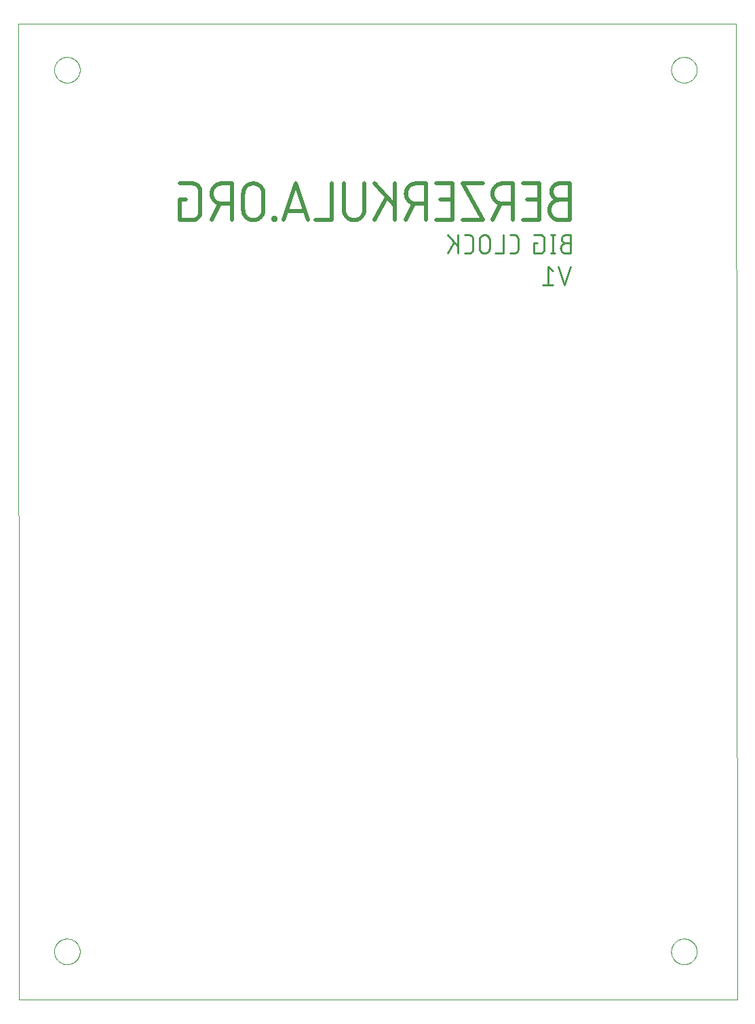
<source format=gbo>
G75*
%MOIN*%
%OFA0B0*%
%FSLAX25Y25*%
%IPPOS*%
%LPD*%
%AMOC8*
5,1,8,0,0,1.08239X$1,22.5*
%
%ADD10C,0.00000*%
%ADD11C,0.02000*%
%ADD12C,0.01000*%
D10*
X0001500Y0005137D02*
X0001000Y0484338D01*
X0353921Y0484338D01*
X0354421Y0005137D01*
X0001500Y0005137D01*
X0018823Y0028759D02*
X0018825Y0028917D01*
X0018831Y0029075D01*
X0018841Y0029233D01*
X0018855Y0029391D01*
X0018873Y0029548D01*
X0018894Y0029705D01*
X0018920Y0029861D01*
X0018950Y0030017D01*
X0018983Y0030172D01*
X0019021Y0030325D01*
X0019062Y0030478D01*
X0019107Y0030630D01*
X0019156Y0030781D01*
X0019209Y0030930D01*
X0019265Y0031078D01*
X0019325Y0031224D01*
X0019389Y0031369D01*
X0019457Y0031512D01*
X0019528Y0031654D01*
X0019602Y0031794D01*
X0019680Y0031931D01*
X0019762Y0032067D01*
X0019846Y0032201D01*
X0019935Y0032332D01*
X0020026Y0032461D01*
X0020121Y0032588D01*
X0020218Y0032713D01*
X0020319Y0032835D01*
X0020423Y0032954D01*
X0020530Y0033071D01*
X0020640Y0033185D01*
X0020753Y0033296D01*
X0020868Y0033405D01*
X0020986Y0033510D01*
X0021107Y0033612D01*
X0021230Y0033712D01*
X0021356Y0033808D01*
X0021484Y0033901D01*
X0021614Y0033991D01*
X0021747Y0034077D01*
X0021882Y0034161D01*
X0022018Y0034240D01*
X0022157Y0034317D01*
X0022298Y0034389D01*
X0022440Y0034459D01*
X0022584Y0034524D01*
X0022730Y0034586D01*
X0022877Y0034644D01*
X0023026Y0034699D01*
X0023176Y0034750D01*
X0023327Y0034797D01*
X0023479Y0034840D01*
X0023632Y0034879D01*
X0023787Y0034915D01*
X0023942Y0034946D01*
X0024098Y0034974D01*
X0024254Y0034998D01*
X0024411Y0035018D01*
X0024569Y0035034D01*
X0024726Y0035046D01*
X0024885Y0035054D01*
X0025043Y0035058D01*
X0025201Y0035058D01*
X0025359Y0035054D01*
X0025518Y0035046D01*
X0025675Y0035034D01*
X0025833Y0035018D01*
X0025990Y0034998D01*
X0026146Y0034974D01*
X0026302Y0034946D01*
X0026457Y0034915D01*
X0026612Y0034879D01*
X0026765Y0034840D01*
X0026917Y0034797D01*
X0027068Y0034750D01*
X0027218Y0034699D01*
X0027367Y0034644D01*
X0027514Y0034586D01*
X0027660Y0034524D01*
X0027804Y0034459D01*
X0027946Y0034389D01*
X0028087Y0034317D01*
X0028226Y0034240D01*
X0028362Y0034161D01*
X0028497Y0034077D01*
X0028630Y0033991D01*
X0028760Y0033901D01*
X0028888Y0033808D01*
X0029014Y0033712D01*
X0029137Y0033612D01*
X0029258Y0033510D01*
X0029376Y0033405D01*
X0029491Y0033296D01*
X0029604Y0033185D01*
X0029714Y0033071D01*
X0029821Y0032954D01*
X0029925Y0032835D01*
X0030026Y0032713D01*
X0030123Y0032588D01*
X0030218Y0032461D01*
X0030309Y0032332D01*
X0030398Y0032201D01*
X0030482Y0032067D01*
X0030564Y0031931D01*
X0030642Y0031794D01*
X0030716Y0031654D01*
X0030787Y0031512D01*
X0030855Y0031369D01*
X0030919Y0031224D01*
X0030979Y0031078D01*
X0031035Y0030930D01*
X0031088Y0030781D01*
X0031137Y0030630D01*
X0031182Y0030478D01*
X0031223Y0030325D01*
X0031261Y0030172D01*
X0031294Y0030017D01*
X0031324Y0029861D01*
X0031350Y0029705D01*
X0031371Y0029548D01*
X0031389Y0029391D01*
X0031403Y0029233D01*
X0031413Y0029075D01*
X0031419Y0028917D01*
X0031421Y0028759D01*
X0031419Y0028601D01*
X0031413Y0028443D01*
X0031403Y0028285D01*
X0031389Y0028127D01*
X0031371Y0027970D01*
X0031350Y0027813D01*
X0031324Y0027657D01*
X0031294Y0027501D01*
X0031261Y0027346D01*
X0031223Y0027193D01*
X0031182Y0027040D01*
X0031137Y0026888D01*
X0031088Y0026737D01*
X0031035Y0026588D01*
X0030979Y0026440D01*
X0030919Y0026294D01*
X0030855Y0026149D01*
X0030787Y0026006D01*
X0030716Y0025864D01*
X0030642Y0025724D01*
X0030564Y0025587D01*
X0030482Y0025451D01*
X0030398Y0025317D01*
X0030309Y0025186D01*
X0030218Y0025057D01*
X0030123Y0024930D01*
X0030026Y0024805D01*
X0029925Y0024683D01*
X0029821Y0024564D01*
X0029714Y0024447D01*
X0029604Y0024333D01*
X0029491Y0024222D01*
X0029376Y0024113D01*
X0029258Y0024008D01*
X0029137Y0023906D01*
X0029014Y0023806D01*
X0028888Y0023710D01*
X0028760Y0023617D01*
X0028630Y0023527D01*
X0028497Y0023441D01*
X0028362Y0023357D01*
X0028226Y0023278D01*
X0028087Y0023201D01*
X0027946Y0023129D01*
X0027804Y0023059D01*
X0027660Y0022994D01*
X0027514Y0022932D01*
X0027367Y0022874D01*
X0027218Y0022819D01*
X0027068Y0022768D01*
X0026917Y0022721D01*
X0026765Y0022678D01*
X0026612Y0022639D01*
X0026457Y0022603D01*
X0026302Y0022572D01*
X0026146Y0022544D01*
X0025990Y0022520D01*
X0025833Y0022500D01*
X0025675Y0022484D01*
X0025518Y0022472D01*
X0025359Y0022464D01*
X0025201Y0022460D01*
X0025043Y0022460D01*
X0024885Y0022464D01*
X0024726Y0022472D01*
X0024569Y0022484D01*
X0024411Y0022500D01*
X0024254Y0022520D01*
X0024098Y0022544D01*
X0023942Y0022572D01*
X0023787Y0022603D01*
X0023632Y0022639D01*
X0023479Y0022678D01*
X0023327Y0022721D01*
X0023176Y0022768D01*
X0023026Y0022819D01*
X0022877Y0022874D01*
X0022730Y0022932D01*
X0022584Y0022994D01*
X0022440Y0023059D01*
X0022298Y0023129D01*
X0022157Y0023201D01*
X0022018Y0023278D01*
X0021882Y0023357D01*
X0021747Y0023441D01*
X0021614Y0023527D01*
X0021484Y0023617D01*
X0021356Y0023710D01*
X0021230Y0023806D01*
X0021107Y0023906D01*
X0020986Y0024008D01*
X0020868Y0024113D01*
X0020753Y0024222D01*
X0020640Y0024333D01*
X0020530Y0024447D01*
X0020423Y0024564D01*
X0020319Y0024683D01*
X0020218Y0024805D01*
X0020121Y0024930D01*
X0020026Y0025057D01*
X0019935Y0025186D01*
X0019846Y0025317D01*
X0019762Y0025451D01*
X0019680Y0025587D01*
X0019602Y0025724D01*
X0019528Y0025864D01*
X0019457Y0026006D01*
X0019389Y0026149D01*
X0019325Y0026294D01*
X0019265Y0026440D01*
X0019209Y0026588D01*
X0019156Y0026737D01*
X0019107Y0026888D01*
X0019062Y0027040D01*
X0019021Y0027193D01*
X0018983Y0027346D01*
X0018950Y0027501D01*
X0018920Y0027657D01*
X0018894Y0027813D01*
X0018873Y0027970D01*
X0018855Y0028127D01*
X0018841Y0028285D01*
X0018831Y0028443D01*
X0018825Y0028601D01*
X0018823Y0028759D01*
X0321973Y0028759D02*
X0321975Y0028917D01*
X0321981Y0029075D01*
X0321991Y0029233D01*
X0322005Y0029391D01*
X0322023Y0029548D01*
X0322044Y0029705D01*
X0322070Y0029861D01*
X0322100Y0030017D01*
X0322133Y0030172D01*
X0322171Y0030325D01*
X0322212Y0030478D01*
X0322257Y0030630D01*
X0322306Y0030781D01*
X0322359Y0030930D01*
X0322415Y0031078D01*
X0322475Y0031224D01*
X0322539Y0031369D01*
X0322607Y0031512D01*
X0322678Y0031654D01*
X0322752Y0031794D01*
X0322830Y0031931D01*
X0322912Y0032067D01*
X0322996Y0032201D01*
X0323085Y0032332D01*
X0323176Y0032461D01*
X0323271Y0032588D01*
X0323368Y0032713D01*
X0323469Y0032835D01*
X0323573Y0032954D01*
X0323680Y0033071D01*
X0323790Y0033185D01*
X0323903Y0033296D01*
X0324018Y0033405D01*
X0324136Y0033510D01*
X0324257Y0033612D01*
X0324380Y0033712D01*
X0324506Y0033808D01*
X0324634Y0033901D01*
X0324764Y0033991D01*
X0324897Y0034077D01*
X0325032Y0034161D01*
X0325168Y0034240D01*
X0325307Y0034317D01*
X0325448Y0034389D01*
X0325590Y0034459D01*
X0325734Y0034524D01*
X0325880Y0034586D01*
X0326027Y0034644D01*
X0326176Y0034699D01*
X0326326Y0034750D01*
X0326477Y0034797D01*
X0326629Y0034840D01*
X0326782Y0034879D01*
X0326937Y0034915D01*
X0327092Y0034946D01*
X0327248Y0034974D01*
X0327404Y0034998D01*
X0327561Y0035018D01*
X0327719Y0035034D01*
X0327876Y0035046D01*
X0328035Y0035054D01*
X0328193Y0035058D01*
X0328351Y0035058D01*
X0328509Y0035054D01*
X0328668Y0035046D01*
X0328825Y0035034D01*
X0328983Y0035018D01*
X0329140Y0034998D01*
X0329296Y0034974D01*
X0329452Y0034946D01*
X0329607Y0034915D01*
X0329762Y0034879D01*
X0329915Y0034840D01*
X0330067Y0034797D01*
X0330218Y0034750D01*
X0330368Y0034699D01*
X0330517Y0034644D01*
X0330664Y0034586D01*
X0330810Y0034524D01*
X0330954Y0034459D01*
X0331096Y0034389D01*
X0331237Y0034317D01*
X0331376Y0034240D01*
X0331512Y0034161D01*
X0331647Y0034077D01*
X0331780Y0033991D01*
X0331910Y0033901D01*
X0332038Y0033808D01*
X0332164Y0033712D01*
X0332287Y0033612D01*
X0332408Y0033510D01*
X0332526Y0033405D01*
X0332641Y0033296D01*
X0332754Y0033185D01*
X0332864Y0033071D01*
X0332971Y0032954D01*
X0333075Y0032835D01*
X0333176Y0032713D01*
X0333273Y0032588D01*
X0333368Y0032461D01*
X0333459Y0032332D01*
X0333548Y0032201D01*
X0333632Y0032067D01*
X0333714Y0031931D01*
X0333792Y0031794D01*
X0333866Y0031654D01*
X0333937Y0031512D01*
X0334005Y0031369D01*
X0334069Y0031224D01*
X0334129Y0031078D01*
X0334185Y0030930D01*
X0334238Y0030781D01*
X0334287Y0030630D01*
X0334332Y0030478D01*
X0334373Y0030325D01*
X0334411Y0030172D01*
X0334444Y0030017D01*
X0334474Y0029861D01*
X0334500Y0029705D01*
X0334521Y0029548D01*
X0334539Y0029391D01*
X0334553Y0029233D01*
X0334563Y0029075D01*
X0334569Y0028917D01*
X0334571Y0028759D01*
X0334569Y0028601D01*
X0334563Y0028443D01*
X0334553Y0028285D01*
X0334539Y0028127D01*
X0334521Y0027970D01*
X0334500Y0027813D01*
X0334474Y0027657D01*
X0334444Y0027501D01*
X0334411Y0027346D01*
X0334373Y0027193D01*
X0334332Y0027040D01*
X0334287Y0026888D01*
X0334238Y0026737D01*
X0334185Y0026588D01*
X0334129Y0026440D01*
X0334069Y0026294D01*
X0334005Y0026149D01*
X0333937Y0026006D01*
X0333866Y0025864D01*
X0333792Y0025724D01*
X0333714Y0025587D01*
X0333632Y0025451D01*
X0333548Y0025317D01*
X0333459Y0025186D01*
X0333368Y0025057D01*
X0333273Y0024930D01*
X0333176Y0024805D01*
X0333075Y0024683D01*
X0332971Y0024564D01*
X0332864Y0024447D01*
X0332754Y0024333D01*
X0332641Y0024222D01*
X0332526Y0024113D01*
X0332408Y0024008D01*
X0332287Y0023906D01*
X0332164Y0023806D01*
X0332038Y0023710D01*
X0331910Y0023617D01*
X0331780Y0023527D01*
X0331647Y0023441D01*
X0331512Y0023357D01*
X0331376Y0023278D01*
X0331237Y0023201D01*
X0331096Y0023129D01*
X0330954Y0023059D01*
X0330810Y0022994D01*
X0330664Y0022932D01*
X0330517Y0022874D01*
X0330368Y0022819D01*
X0330218Y0022768D01*
X0330067Y0022721D01*
X0329915Y0022678D01*
X0329762Y0022639D01*
X0329607Y0022603D01*
X0329452Y0022572D01*
X0329296Y0022544D01*
X0329140Y0022520D01*
X0328983Y0022500D01*
X0328825Y0022484D01*
X0328668Y0022472D01*
X0328509Y0022464D01*
X0328351Y0022460D01*
X0328193Y0022460D01*
X0328035Y0022464D01*
X0327876Y0022472D01*
X0327719Y0022484D01*
X0327561Y0022500D01*
X0327404Y0022520D01*
X0327248Y0022544D01*
X0327092Y0022572D01*
X0326937Y0022603D01*
X0326782Y0022639D01*
X0326629Y0022678D01*
X0326477Y0022721D01*
X0326326Y0022768D01*
X0326176Y0022819D01*
X0326027Y0022874D01*
X0325880Y0022932D01*
X0325734Y0022994D01*
X0325590Y0023059D01*
X0325448Y0023129D01*
X0325307Y0023201D01*
X0325168Y0023278D01*
X0325032Y0023357D01*
X0324897Y0023441D01*
X0324764Y0023527D01*
X0324634Y0023617D01*
X0324506Y0023710D01*
X0324380Y0023806D01*
X0324257Y0023906D01*
X0324136Y0024008D01*
X0324018Y0024113D01*
X0323903Y0024222D01*
X0323790Y0024333D01*
X0323680Y0024447D01*
X0323573Y0024564D01*
X0323469Y0024683D01*
X0323368Y0024805D01*
X0323271Y0024930D01*
X0323176Y0025057D01*
X0323085Y0025186D01*
X0322996Y0025317D01*
X0322912Y0025451D01*
X0322830Y0025587D01*
X0322752Y0025724D01*
X0322678Y0025864D01*
X0322607Y0026006D01*
X0322539Y0026149D01*
X0322475Y0026294D01*
X0322415Y0026440D01*
X0322359Y0026588D01*
X0322306Y0026737D01*
X0322257Y0026888D01*
X0322212Y0027040D01*
X0322171Y0027193D01*
X0322133Y0027346D01*
X0322100Y0027501D01*
X0322070Y0027657D01*
X0322044Y0027813D01*
X0322023Y0027970D01*
X0322005Y0028127D01*
X0321991Y0028285D01*
X0321981Y0028443D01*
X0321975Y0028601D01*
X0321973Y0028759D01*
X0321973Y0461830D02*
X0321975Y0461988D01*
X0321981Y0462146D01*
X0321991Y0462304D01*
X0322005Y0462462D01*
X0322023Y0462619D01*
X0322044Y0462776D01*
X0322070Y0462932D01*
X0322100Y0463088D01*
X0322133Y0463243D01*
X0322171Y0463396D01*
X0322212Y0463549D01*
X0322257Y0463701D01*
X0322306Y0463852D01*
X0322359Y0464001D01*
X0322415Y0464149D01*
X0322475Y0464295D01*
X0322539Y0464440D01*
X0322607Y0464583D01*
X0322678Y0464725D01*
X0322752Y0464865D01*
X0322830Y0465002D01*
X0322912Y0465138D01*
X0322996Y0465272D01*
X0323085Y0465403D01*
X0323176Y0465532D01*
X0323271Y0465659D01*
X0323368Y0465784D01*
X0323469Y0465906D01*
X0323573Y0466025D01*
X0323680Y0466142D01*
X0323790Y0466256D01*
X0323903Y0466367D01*
X0324018Y0466476D01*
X0324136Y0466581D01*
X0324257Y0466683D01*
X0324380Y0466783D01*
X0324506Y0466879D01*
X0324634Y0466972D01*
X0324764Y0467062D01*
X0324897Y0467148D01*
X0325032Y0467232D01*
X0325168Y0467311D01*
X0325307Y0467388D01*
X0325448Y0467460D01*
X0325590Y0467530D01*
X0325734Y0467595D01*
X0325880Y0467657D01*
X0326027Y0467715D01*
X0326176Y0467770D01*
X0326326Y0467821D01*
X0326477Y0467868D01*
X0326629Y0467911D01*
X0326782Y0467950D01*
X0326937Y0467986D01*
X0327092Y0468017D01*
X0327248Y0468045D01*
X0327404Y0468069D01*
X0327561Y0468089D01*
X0327719Y0468105D01*
X0327876Y0468117D01*
X0328035Y0468125D01*
X0328193Y0468129D01*
X0328351Y0468129D01*
X0328509Y0468125D01*
X0328668Y0468117D01*
X0328825Y0468105D01*
X0328983Y0468089D01*
X0329140Y0468069D01*
X0329296Y0468045D01*
X0329452Y0468017D01*
X0329607Y0467986D01*
X0329762Y0467950D01*
X0329915Y0467911D01*
X0330067Y0467868D01*
X0330218Y0467821D01*
X0330368Y0467770D01*
X0330517Y0467715D01*
X0330664Y0467657D01*
X0330810Y0467595D01*
X0330954Y0467530D01*
X0331096Y0467460D01*
X0331237Y0467388D01*
X0331376Y0467311D01*
X0331512Y0467232D01*
X0331647Y0467148D01*
X0331780Y0467062D01*
X0331910Y0466972D01*
X0332038Y0466879D01*
X0332164Y0466783D01*
X0332287Y0466683D01*
X0332408Y0466581D01*
X0332526Y0466476D01*
X0332641Y0466367D01*
X0332754Y0466256D01*
X0332864Y0466142D01*
X0332971Y0466025D01*
X0333075Y0465906D01*
X0333176Y0465784D01*
X0333273Y0465659D01*
X0333368Y0465532D01*
X0333459Y0465403D01*
X0333548Y0465272D01*
X0333632Y0465138D01*
X0333714Y0465002D01*
X0333792Y0464865D01*
X0333866Y0464725D01*
X0333937Y0464583D01*
X0334005Y0464440D01*
X0334069Y0464295D01*
X0334129Y0464149D01*
X0334185Y0464001D01*
X0334238Y0463852D01*
X0334287Y0463701D01*
X0334332Y0463549D01*
X0334373Y0463396D01*
X0334411Y0463243D01*
X0334444Y0463088D01*
X0334474Y0462932D01*
X0334500Y0462776D01*
X0334521Y0462619D01*
X0334539Y0462462D01*
X0334553Y0462304D01*
X0334563Y0462146D01*
X0334569Y0461988D01*
X0334571Y0461830D01*
X0334569Y0461672D01*
X0334563Y0461514D01*
X0334553Y0461356D01*
X0334539Y0461198D01*
X0334521Y0461041D01*
X0334500Y0460884D01*
X0334474Y0460728D01*
X0334444Y0460572D01*
X0334411Y0460417D01*
X0334373Y0460264D01*
X0334332Y0460111D01*
X0334287Y0459959D01*
X0334238Y0459808D01*
X0334185Y0459659D01*
X0334129Y0459511D01*
X0334069Y0459365D01*
X0334005Y0459220D01*
X0333937Y0459077D01*
X0333866Y0458935D01*
X0333792Y0458795D01*
X0333714Y0458658D01*
X0333632Y0458522D01*
X0333548Y0458388D01*
X0333459Y0458257D01*
X0333368Y0458128D01*
X0333273Y0458001D01*
X0333176Y0457876D01*
X0333075Y0457754D01*
X0332971Y0457635D01*
X0332864Y0457518D01*
X0332754Y0457404D01*
X0332641Y0457293D01*
X0332526Y0457184D01*
X0332408Y0457079D01*
X0332287Y0456977D01*
X0332164Y0456877D01*
X0332038Y0456781D01*
X0331910Y0456688D01*
X0331780Y0456598D01*
X0331647Y0456512D01*
X0331512Y0456428D01*
X0331376Y0456349D01*
X0331237Y0456272D01*
X0331096Y0456200D01*
X0330954Y0456130D01*
X0330810Y0456065D01*
X0330664Y0456003D01*
X0330517Y0455945D01*
X0330368Y0455890D01*
X0330218Y0455839D01*
X0330067Y0455792D01*
X0329915Y0455749D01*
X0329762Y0455710D01*
X0329607Y0455674D01*
X0329452Y0455643D01*
X0329296Y0455615D01*
X0329140Y0455591D01*
X0328983Y0455571D01*
X0328825Y0455555D01*
X0328668Y0455543D01*
X0328509Y0455535D01*
X0328351Y0455531D01*
X0328193Y0455531D01*
X0328035Y0455535D01*
X0327876Y0455543D01*
X0327719Y0455555D01*
X0327561Y0455571D01*
X0327404Y0455591D01*
X0327248Y0455615D01*
X0327092Y0455643D01*
X0326937Y0455674D01*
X0326782Y0455710D01*
X0326629Y0455749D01*
X0326477Y0455792D01*
X0326326Y0455839D01*
X0326176Y0455890D01*
X0326027Y0455945D01*
X0325880Y0456003D01*
X0325734Y0456065D01*
X0325590Y0456130D01*
X0325448Y0456200D01*
X0325307Y0456272D01*
X0325168Y0456349D01*
X0325032Y0456428D01*
X0324897Y0456512D01*
X0324764Y0456598D01*
X0324634Y0456688D01*
X0324506Y0456781D01*
X0324380Y0456877D01*
X0324257Y0456977D01*
X0324136Y0457079D01*
X0324018Y0457184D01*
X0323903Y0457293D01*
X0323790Y0457404D01*
X0323680Y0457518D01*
X0323573Y0457635D01*
X0323469Y0457754D01*
X0323368Y0457876D01*
X0323271Y0458001D01*
X0323176Y0458128D01*
X0323085Y0458257D01*
X0322996Y0458388D01*
X0322912Y0458522D01*
X0322830Y0458658D01*
X0322752Y0458795D01*
X0322678Y0458935D01*
X0322607Y0459077D01*
X0322539Y0459220D01*
X0322475Y0459365D01*
X0322415Y0459511D01*
X0322359Y0459659D01*
X0322306Y0459808D01*
X0322257Y0459959D01*
X0322212Y0460111D01*
X0322171Y0460264D01*
X0322133Y0460417D01*
X0322100Y0460572D01*
X0322070Y0460728D01*
X0322044Y0460884D01*
X0322023Y0461041D01*
X0322005Y0461198D01*
X0321991Y0461356D01*
X0321981Y0461514D01*
X0321975Y0461672D01*
X0321973Y0461830D01*
X0018823Y0461830D02*
X0018825Y0461988D01*
X0018831Y0462146D01*
X0018841Y0462304D01*
X0018855Y0462462D01*
X0018873Y0462619D01*
X0018894Y0462776D01*
X0018920Y0462932D01*
X0018950Y0463088D01*
X0018983Y0463243D01*
X0019021Y0463396D01*
X0019062Y0463549D01*
X0019107Y0463701D01*
X0019156Y0463852D01*
X0019209Y0464001D01*
X0019265Y0464149D01*
X0019325Y0464295D01*
X0019389Y0464440D01*
X0019457Y0464583D01*
X0019528Y0464725D01*
X0019602Y0464865D01*
X0019680Y0465002D01*
X0019762Y0465138D01*
X0019846Y0465272D01*
X0019935Y0465403D01*
X0020026Y0465532D01*
X0020121Y0465659D01*
X0020218Y0465784D01*
X0020319Y0465906D01*
X0020423Y0466025D01*
X0020530Y0466142D01*
X0020640Y0466256D01*
X0020753Y0466367D01*
X0020868Y0466476D01*
X0020986Y0466581D01*
X0021107Y0466683D01*
X0021230Y0466783D01*
X0021356Y0466879D01*
X0021484Y0466972D01*
X0021614Y0467062D01*
X0021747Y0467148D01*
X0021882Y0467232D01*
X0022018Y0467311D01*
X0022157Y0467388D01*
X0022298Y0467460D01*
X0022440Y0467530D01*
X0022584Y0467595D01*
X0022730Y0467657D01*
X0022877Y0467715D01*
X0023026Y0467770D01*
X0023176Y0467821D01*
X0023327Y0467868D01*
X0023479Y0467911D01*
X0023632Y0467950D01*
X0023787Y0467986D01*
X0023942Y0468017D01*
X0024098Y0468045D01*
X0024254Y0468069D01*
X0024411Y0468089D01*
X0024569Y0468105D01*
X0024726Y0468117D01*
X0024885Y0468125D01*
X0025043Y0468129D01*
X0025201Y0468129D01*
X0025359Y0468125D01*
X0025518Y0468117D01*
X0025675Y0468105D01*
X0025833Y0468089D01*
X0025990Y0468069D01*
X0026146Y0468045D01*
X0026302Y0468017D01*
X0026457Y0467986D01*
X0026612Y0467950D01*
X0026765Y0467911D01*
X0026917Y0467868D01*
X0027068Y0467821D01*
X0027218Y0467770D01*
X0027367Y0467715D01*
X0027514Y0467657D01*
X0027660Y0467595D01*
X0027804Y0467530D01*
X0027946Y0467460D01*
X0028087Y0467388D01*
X0028226Y0467311D01*
X0028362Y0467232D01*
X0028497Y0467148D01*
X0028630Y0467062D01*
X0028760Y0466972D01*
X0028888Y0466879D01*
X0029014Y0466783D01*
X0029137Y0466683D01*
X0029258Y0466581D01*
X0029376Y0466476D01*
X0029491Y0466367D01*
X0029604Y0466256D01*
X0029714Y0466142D01*
X0029821Y0466025D01*
X0029925Y0465906D01*
X0030026Y0465784D01*
X0030123Y0465659D01*
X0030218Y0465532D01*
X0030309Y0465403D01*
X0030398Y0465272D01*
X0030482Y0465138D01*
X0030564Y0465002D01*
X0030642Y0464865D01*
X0030716Y0464725D01*
X0030787Y0464583D01*
X0030855Y0464440D01*
X0030919Y0464295D01*
X0030979Y0464149D01*
X0031035Y0464001D01*
X0031088Y0463852D01*
X0031137Y0463701D01*
X0031182Y0463549D01*
X0031223Y0463396D01*
X0031261Y0463243D01*
X0031294Y0463088D01*
X0031324Y0462932D01*
X0031350Y0462776D01*
X0031371Y0462619D01*
X0031389Y0462462D01*
X0031403Y0462304D01*
X0031413Y0462146D01*
X0031419Y0461988D01*
X0031421Y0461830D01*
X0031419Y0461672D01*
X0031413Y0461514D01*
X0031403Y0461356D01*
X0031389Y0461198D01*
X0031371Y0461041D01*
X0031350Y0460884D01*
X0031324Y0460728D01*
X0031294Y0460572D01*
X0031261Y0460417D01*
X0031223Y0460264D01*
X0031182Y0460111D01*
X0031137Y0459959D01*
X0031088Y0459808D01*
X0031035Y0459659D01*
X0030979Y0459511D01*
X0030919Y0459365D01*
X0030855Y0459220D01*
X0030787Y0459077D01*
X0030716Y0458935D01*
X0030642Y0458795D01*
X0030564Y0458658D01*
X0030482Y0458522D01*
X0030398Y0458388D01*
X0030309Y0458257D01*
X0030218Y0458128D01*
X0030123Y0458001D01*
X0030026Y0457876D01*
X0029925Y0457754D01*
X0029821Y0457635D01*
X0029714Y0457518D01*
X0029604Y0457404D01*
X0029491Y0457293D01*
X0029376Y0457184D01*
X0029258Y0457079D01*
X0029137Y0456977D01*
X0029014Y0456877D01*
X0028888Y0456781D01*
X0028760Y0456688D01*
X0028630Y0456598D01*
X0028497Y0456512D01*
X0028362Y0456428D01*
X0028226Y0456349D01*
X0028087Y0456272D01*
X0027946Y0456200D01*
X0027804Y0456130D01*
X0027660Y0456065D01*
X0027514Y0456003D01*
X0027367Y0455945D01*
X0027218Y0455890D01*
X0027068Y0455839D01*
X0026917Y0455792D01*
X0026765Y0455749D01*
X0026612Y0455710D01*
X0026457Y0455674D01*
X0026302Y0455643D01*
X0026146Y0455615D01*
X0025990Y0455591D01*
X0025833Y0455571D01*
X0025675Y0455555D01*
X0025518Y0455543D01*
X0025359Y0455535D01*
X0025201Y0455531D01*
X0025043Y0455531D01*
X0024885Y0455535D01*
X0024726Y0455543D01*
X0024569Y0455555D01*
X0024411Y0455571D01*
X0024254Y0455591D01*
X0024098Y0455615D01*
X0023942Y0455643D01*
X0023787Y0455674D01*
X0023632Y0455710D01*
X0023479Y0455749D01*
X0023327Y0455792D01*
X0023176Y0455839D01*
X0023026Y0455890D01*
X0022877Y0455945D01*
X0022730Y0456003D01*
X0022584Y0456065D01*
X0022440Y0456130D01*
X0022298Y0456200D01*
X0022157Y0456272D01*
X0022018Y0456349D01*
X0021882Y0456428D01*
X0021747Y0456512D01*
X0021614Y0456598D01*
X0021484Y0456688D01*
X0021356Y0456781D01*
X0021230Y0456877D01*
X0021107Y0456977D01*
X0020986Y0457079D01*
X0020868Y0457184D01*
X0020753Y0457293D01*
X0020640Y0457404D01*
X0020530Y0457518D01*
X0020423Y0457635D01*
X0020319Y0457754D01*
X0020218Y0457876D01*
X0020121Y0458001D01*
X0020026Y0458128D01*
X0019935Y0458257D01*
X0019846Y0458388D01*
X0019762Y0458522D01*
X0019680Y0458658D01*
X0019602Y0458795D01*
X0019528Y0458935D01*
X0019457Y0459077D01*
X0019389Y0459220D01*
X0019325Y0459365D01*
X0019265Y0459511D01*
X0019209Y0459659D01*
X0019156Y0459808D01*
X0019107Y0459959D01*
X0019062Y0460111D01*
X0019021Y0460264D01*
X0018983Y0460417D01*
X0018950Y0460572D01*
X0018920Y0460728D01*
X0018894Y0460884D01*
X0018873Y0461041D01*
X0018855Y0461198D01*
X0018841Y0461356D01*
X0018831Y0461514D01*
X0018825Y0461672D01*
X0018823Y0461830D01*
D11*
X0080654Y0406027D02*
X0086654Y0406027D01*
X0086780Y0406025D01*
X0086905Y0406019D01*
X0087030Y0406009D01*
X0087155Y0405995D01*
X0087280Y0405978D01*
X0087404Y0405956D01*
X0087527Y0405931D01*
X0087649Y0405901D01*
X0087770Y0405868D01*
X0087890Y0405831D01*
X0088009Y0405791D01*
X0088126Y0405746D01*
X0088243Y0405698D01*
X0088357Y0405646D01*
X0088470Y0405591D01*
X0088581Y0405532D01*
X0088690Y0405470D01*
X0088797Y0405404D01*
X0088902Y0405335D01*
X0089005Y0405263D01*
X0089106Y0405188D01*
X0089204Y0405109D01*
X0089299Y0405027D01*
X0089392Y0404943D01*
X0089482Y0404855D01*
X0089570Y0404765D01*
X0089654Y0404672D01*
X0089736Y0404577D01*
X0089815Y0404479D01*
X0089890Y0404378D01*
X0089962Y0404275D01*
X0090031Y0404170D01*
X0090097Y0404063D01*
X0090159Y0403954D01*
X0090218Y0403843D01*
X0090273Y0403730D01*
X0090325Y0403616D01*
X0090373Y0403499D01*
X0090418Y0403382D01*
X0090458Y0403263D01*
X0090495Y0403143D01*
X0090528Y0403022D01*
X0090558Y0402900D01*
X0090583Y0402777D01*
X0090605Y0402653D01*
X0090622Y0402528D01*
X0090636Y0402403D01*
X0090646Y0402278D01*
X0090652Y0402153D01*
X0090654Y0402027D01*
X0090654Y0392027D01*
X0090652Y0391901D01*
X0090646Y0391776D01*
X0090636Y0391651D01*
X0090622Y0391526D01*
X0090605Y0391401D01*
X0090583Y0391277D01*
X0090558Y0391154D01*
X0090528Y0391032D01*
X0090495Y0390911D01*
X0090458Y0390791D01*
X0090418Y0390672D01*
X0090373Y0390555D01*
X0090325Y0390438D01*
X0090273Y0390324D01*
X0090218Y0390211D01*
X0090159Y0390100D01*
X0090097Y0389991D01*
X0090031Y0389884D01*
X0089962Y0389779D01*
X0089890Y0389676D01*
X0089815Y0389575D01*
X0089736Y0389477D01*
X0089654Y0389382D01*
X0089570Y0389289D01*
X0089482Y0389199D01*
X0089392Y0389111D01*
X0089299Y0389027D01*
X0089204Y0388945D01*
X0089106Y0388866D01*
X0089005Y0388791D01*
X0088902Y0388719D01*
X0088797Y0388650D01*
X0088690Y0388584D01*
X0088581Y0388522D01*
X0088470Y0388463D01*
X0088357Y0388408D01*
X0088243Y0388356D01*
X0088126Y0388308D01*
X0088009Y0388263D01*
X0087890Y0388223D01*
X0087770Y0388186D01*
X0087649Y0388153D01*
X0087527Y0388123D01*
X0087404Y0388098D01*
X0087280Y0388076D01*
X0087155Y0388059D01*
X0087030Y0388045D01*
X0086905Y0388035D01*
X0086780Y0388029D01*
X0086654Y0388027D01*
X0080654Y0388027D01*
X0080654Y0398027D01*
X0083654Y0398027D01*
X0096154Y0388027D02*
X0100154Y0396027D01*
X0101154Y0396027D02*
X0106154Y0396027D01*
X0101154Y0396027D02*
X0101014Y0396029D01*
X0100874Y0396035D01*
X0100734Y0396045D01*
X0100594Y0396058D01*
X0100455Y0396076D01*
X0100316Y0396098D01*
X0100179Y0396123D01*
X0100041Y0396152D01*
X0099905Y0396185D01*
X0099770Y0396222D01*
X0099636Y0396263D01*
X0099503Y0396308D01*
X0099371Y0396356D01*
X0099241Y0396408D01*
X0099112Y0396463D01*
X0098985Y0396522D01*
X0098859Y0396585D01*
X0098735Y0396651D01*
X0098614Y0396720D01*
X0098494Y0396793D01*
X0098376Y0396870D01*
X0098261Y0396949D01*
X0098147Y0397032D01*
X0098037Y0397118D01*
X0097928Y0397207D01*
X0097822Y0397299D01*
X0097719Y0397394D01*
X0097618Y0397491D01*
X0097521Y0397592D01*
X0097426Y0397695D01*
X0097334Y0397801D01*
X0097245Y0397910D01*
X0097159Y0398020D01*
X0097076Y0398134D01*
X0096997Y0398249D01*
X0096920Y0398367D01*
X0096847Y0398487D01*
X0096778Y0398608D01*
X0096712Y0398732D01*
X0096649Y0398858D01*
X0096590Y0398985D01*
X0096535Y0399114D01*
X0096483Y0399244D01*
X0096435Y0399376D01*
X0096390Y0399509D01*
X0096349Y0399643D01*
X0096312Y0399778D01*
X0096279Y0399914D01*
X0096250Y0400052D01*
X0096225Y0400189D01*
X0096203Y0400328D01*
X0096185Y0400467D01*
X0096172Y0400607D01*
X0096162Y0400747D01*
X0096156Y0400887D01*
X0096154Y0401027D01*
X0096156Y0401167D01*
X0096162Y0401307D01*
X0096172Y0401447D01*
X0096185Y0401587D01*
X0096203Y0401726D01*
X0096225Y0401865D01*
X0096250Y0402002D01*
X0096279Y0402140D01*
X0096312Y0402276D01*
X0096349Y0402411D01*
X0096390Y0402545D01*
X0096435Y0402678D01*
X0096483Y0402810D01*
X0096535Y0402940D01*
X0096590Y0403069D01*
X0096649Y0403196D01*
X0096712Y0403322D01*
X0096778Y0403446D01*
X0096847Y0403567D01*
X0096920Y0403687D01*
X0096997Y0403805D01*
X0097076Y0403920D01*
X0097159Y0404034D01*
X0097245Y0404144D01*
X0097334Y0404253D01*
X0097426Y0404359D01*
X0097521Y0404462D01*
X0097618Y0404563D01*
X0097719Y0404660D01*
X0097822Y0404755D01*
X0097928Y0404847D01*
X0098037Y0404936D01*
X0098147Y0405022D01*
X0098261Y0405105D01*
X0098376Y0405184D01*
X0098494Y0405261D01*
X0098614Y0405334D01*
X0098735Y0405403D01*
X0098859Y0405469D01*
X0098985Y0405532D01*
X0099112Y0405591D01*
X0099241Y0405646D01*
X0099371Y0405698D01*
X0099503Y0405746D01*
X0099636Y0405791D01*
X0099770Y0405832D01*
X0099905Y0405869D01*
X0100041Y0405902D01*
X0100179Y0405931D01*
X0100316Y0405956D01*
X0100455Y0405978D01*
X0100594Y0405996D01*
X0100734Y0406009D01*
X0100874Y0406019D01*
X0101014Y0406025D01*
X0101154Y0406027D01*
X0106154Y0406027D01*
X0106154Y0388027D01*
X0111654Y0393027D02*
X0111654Y0401027D01*
X0111656Y0401167D01*
X0111662Y0401307D01*
X0111672Y0401447D01*
X0111685Y0401587D01*
X0111703Y0401726D01*
X0111725Y0401865D01*
X0111750Y0402002D01*
X0111779Y0402140D01*
X0111812Y0402276D01*
X0111849Y0402411D01*
X0111890Y0402545D01*
X0111935Y0402678D01*
X0111983Y0402810D01*
X0112035Y0402940D01*
X0112090Y0403069D01*
X0112149Y0403196D01*
X0112212Y0403322D01*
X0112278Y0403446D01*
X0112347Y0403567D01*
X0112420Y0403687D01*
X0112497Y0403805D01*
X0112576Y0403920D01*
X0112659Y0404034D01*
X0112745Y0404144D01*
X0112834Y0404253D01*
X0112926Y0404359D01*
X0113021Y0404462D01*
X0113118Y0404563D01*
X0113219Y0404660D01*
X0113322Y0404755D01*
X0113428Y0404847D01*
X0113537Y0404936D01*
X0113647Y0405022D01*
X0113761Y0405105D01*
X0113876Y0405184D01*
X0113994Y0405261D01*
X0114114Y0405334D01*
X0114235Y0405403D01*
X0114359Y0405469D01*
X0114485Y0405532D01*
X0114612Y0405591D01*
X0114741Y0405646D01*
X0114871Y0405698D01*
X0115003Y0405746D01*
X0115136Y0405791D01*
X0115270Y0405832D01*
X0115405Y0405869D01*
X0115541Y0405902D01*
X0115679Y0405931D01*
X0115816Y0405956D01*
X0115955Y0405978D01*
X0116094Y0405996D01*
X0116234Y0406009D01*
X0116374Y0406019D01*
X0116514Y0406025D01*
X0116654Y0406027D01*
X0116794Y0406025D01*
X0116934Y0406019D01*
X0117074Y0406009D01*
X0117214Y0405996D01*
X0117353Y0405978D01*
X0117492Y0405956D01*
X0117629Y0405931D01*
X0117767Y0405902D01*
X0117903Y0405869D01*
X0118038Y0405832D01*
X0118172Y0405791D01*
X0118305Y0405746D01*
X0118437Y0405698D01*
X0118567Y0405646D01*
X0118696Y0405591D01*
X0118823Y0405532D01*
X0118949Y0405469D01*
X0119073Y0405403D01*
X0119194Y0405334D01*
X0119314Y0405261D01*
X0119432Y0405184D01*
X0119547Y0405105D01*
X0119661Y0405022D01*
X0119771Y0404936D01*
X0119880Y0404847D01*
X0119986Y0404755D01*
X0120089Y0404660D01*
X0120190Y0404563D01*
X0120287Y0404462D01*
X0120382Y0404359D01*
X0120474Y0404253D01*
X0120563Y0404144D01*
X0120649Y0404034D01*
X0120732Y0403920D01*
X0120811Y0403805D01*
X0120888Y0403687D01*
X0120961Y0403567D01*
X0121030Y0403446D01*
X0121096Y0403322D01*
X0121159Y0403196D01*
X0121218Y0403069D01*
X0121273Y0402940D01*
X0121325Y0402810D01*
X0121373Y0402678D01*
X0121418Y0402545D01*
X0121459Y0402411D01*
X0121496Y0402276D01*
X0121529Y0402140D01*
X0121558Y0402002D01*
X0121583Y0401865D01*
X0121605Y0401726D01*
X0121623Y0401587D01*
X0121636Y0401447D01*
X0121646Y0401307D01*
X0121652Y0401167D01*
X0121654Y0401027D01*
X0121654Y0393027D01*
X0126654Y0389027D02*
X0126654Y0388027D01*
X0127654Y0388027D01*
X0127654Y0389027D01*
X0126654Y0389027D01*
X0131654Y0388027D02*
X0137654Y0406027D01*
X0143654Y0388027D01*
X0147154Y0388027D02*
X0155154Y0388027D01*
X0155154Y0406027D01*
X0161154Y0406027D02*
X0161154Y0393027D01*
X0161156Y0392887D01*
X0161162Y0392747D01*
X0161172Y0392607D01*
X0161185Y0392467D01*
X0161203Y0392328D01*
X0161225Y0392189D01*
X0161250Y0392052D01*
X0161279Y0391914D01*
X0161312Y0391778D01*
X0161349Y0391643D01*
X0161390Y0391509D01*
X0161435Y0391376D01*
X0161483Y0391244D01*
X0161535Y0391114D01*
X0161590Y0390985D01*
X0161649Y0390858D01*
X0161712Y0390732D01*
X0161778Y0390608D01*
X0161847Y0390487D01*
X0161920Y0390367D01*
X0161997Y0390249D01*
X0162076Y0390134D01*
X0162159Y0390020D01*
X0162245Y0389910D01*
X0162334Y0389801D01*
X0162426Y0389695D01*
X0162521Y0389592D01*
X0162618Y0389491D01*
X0162719Y0389394D01*
X0162822Y0389299D01*
X0162928Y0389207D01*
X0163037Y0389118D01*
X0163147Y0389032D01*
X0163261Y0388949D01*
X0163376Y0388870D01*
X0163494Y0388793D01*
X0163614Y0388720D01*
X0163735Y0388651D01*
X0163859Y0388585D01*
X0163985Y0388522D01*
X0164112Y0388463D01*
X0164241Y0388408D01*
X0164371Y0388356D01*
X0164503Y0388308D01*
X0164636Y0388263D01*
X0164770Y0388222D01*
X0164905Y0388185D01*
X0165041Y0388152D01*
X0165179Y0388123D01*
X0165316Y0388098D01*
X0165455Y0388076D01*
X0165594Y0388058D01*
X0165734Y0388045D01*
X0165874Y0388035D01*
X0166014Y0388029D01*
X0166154Y0388027D01*
X0166294Y0388029D01*
X0166434Y0388035D01*
X0166574Y0388045D01*
X0166714Y0388058D01*
X0166853Y0388076D01*
X0166992Y0388098D01*
X0167129Y0388123D01*
X0167267Y0388152D01*
X0167403Y0388185D01*
X0167538Y0388222D01*
X0167672Y0388263D01*
X0167805Y0388308D01*
X0167937Y0388356D01*
X0168067Y0388408D01*
X0168196Y0388463D01*
X0168323Y0388522D01*
X0168449Y0388585D01*
X0168573Y0388651D01*
X0168694Y0388720D01*
X0168814Y0388793D01*
X0168932Y0388870D01*
X0169047Y0388949D01*
X0169161Y0389032D01*
X0169271Y0389118D01*
X0169380Y0389207D01*
X0169486Y0389299D01*
X0169589Y0389394D01*
X0169690Y0389491D01*
X0169787Y0389592D01*
X0169882Y0389695D01*
X0169974Y0389801D01*
X0170063Y0389910D01*
X0170149Y0390020D01*
X0170232Y0390134D01*
X0170311Y0390249D01*
X0170388Y0390367D01*
X0170461Y0390487D01*
X0170530Y0390608D01*
X0170596Y0390732D01*
X0170659Y0390858D01*
X0170718Y0390985D01*
X0170773Y0391114D01*
X0170825Y0391244D01*
X0170873Y0391376D01*
X0170918Y0391509D01*
X0170959Y0391643D01*
X0170996Y0391778D01*
X0171029Y0391914D01*
X0171058Y0392052D01*
X0171083Y0392189D01*
X0171105Y0392328D01*
X0171123Y0392467D01*
X0171136Y0392607D01*
X0171146Y0392747D01*
X0171152Y0392887D01*
X0171154Y0393027D01*
X0171154Y0406027D01*
X0176154Y0406027D02*
X0186154Y0395027D01*
X0182154Y0399027D02*
X0176154Y0388027D01*
X0186154Y0388027D02*
X0186154Y0406027D01*
X0195654Y0396027D02*
X0191654Y0388027D01*
X0196654Y0396027D02*
X0201654Y0396027D01*
X0196654Y0396027D02*
X0196514Y0396029D01*
X0196374Y0396035D01*
X0196234Y0396045D01*
X0196094Y0396058D01*
X0195955Y0396076D01*
X0195816Y0396098D01*
X0195679Y0396123D01*
X0195541Y0396152D01*
X0195405Y0396185D01*
X0195270Y0396222D01*
X0195136Y0396263D01*
X0195003Y0396308D01*
X0194871Y0396356D01*
X0194741Y0396408D01*
X0194612Y0396463D01*
X0194485Y0396522D01*
X0194359Y0396585D01*
X0194235Y0396651D01*
X0194114Y0396720D01*
X0193994Y0396793D01*
X0193876Y0396870D01*
X0193761Y0396949D01*
X0193647Y0397032D01*
X0193537Y0397118D01*
X0193428Y0397207D01*
X0193322Y0397299D01*
X0193219Y0397394D01*
X0193118Y0397491D01*
X0193021Y0397592D01*
X0192926Y0397695D01*
X0192834Y0397801D01*
X0192745Y0397910D01*
X0192659Y0398020D01*
X0192576Y0398134D01*
X0192497Y0398249D01*
X0192420Y0398367D01*
X0192347Y0398487D01*
X0192278Y0398608D01*
X0192212Y0398732D01*
X0192149Y0398858D01*
X0192090Y0398985D01*
X0192035Y0399114D01*
X0191983Y0399244D01*
X0191935Y0399376D01*
X0191890Y0399509D01*
X0191849Y0399643D01*
X0191812Y0399778D01*
X0191779Y0399914D01*
X0191750Y0400052D01*
X0191725Y0400189D01*
X0191703Y0400328D01*
X0191685Y0400467D01*
X0191672Y0400607D01*
X0191662Y0400747D01*
X0191656Y0400887D01*
X0191654Y0401027D01*
X0191656Y0401167D01*
X0191662Y0401307D01*
X0191672Y0401447D01*
X0191685Y0401587D01*
X0191703Y0401726D01*
X0191725Y0401865D01*
X0191750Y0402002D01*
X0191779Y0402140D01*
X0191812Y0402276D01*
X0191849Y0402411D01*
X0191890Y0402545D01*
X0191935Y0402678D01*
X0191983Y0402810D01*
X0192035Y0402940D01*
X0192090Y0403069D01*
X0192149Y0403196D01*
X0192212Y0403322D01*
X0192278Y0403446D01*
X0192347Y0403567D01*
X0192420Y0403687D01*
X0192497Y0403805D01*
X0192576Y0403920D01*
X0192659Y0404034D01*
X0192745Y0404144D01*
X0192834Y0404253D01*
X0192926Y0404359D01*
X0193021Y0404462D01*
X0193118Y0404563D01*
X0193219Y0404660D01*
X0193322Y0404755D01*
X0193428Y0404847D01*
X0193537Y0404936D01*
X0193647Y0405022D01*
X0193761Y0405105D01*
X0193876Y0405184D01*
X0193994Y0405261D01*
X0194114Y0405334D01*
X0194235Y0405403D01*
X0194359Y0405469D01*
X0194485Y0405532D01*
X0194612Y0405591D01*
X0194741Y0405646D01*
X0194871Y0405698D01*
X0195003Y0405746D01*
X0195136Y0405791D01*
X0195270Y0405832D01*
X0195405Y0405869D01*
X0195541Y0405902D01*
X0195679Y0405931D01*
X0195816Y0405956D01*
X0195955Y0405978D01*
X0196094Y0405996D01*
X0196234Y0406009D01*
X0196374Y0406019D01*
X0196514Y0406025D01*
X0196654Y0406027D01*
X0201654Y0406027D01*
X0201654Y0388027D01*
X0206654Y0388027D02*
X0214654Y0388027D01*
X0214654Y0406027D01*
X0206654Y0406027D01*
X0208654Y0398027D02*
X0214654Y0398027D01*
X0219654Y0406027D02*
X0229654Y0388027D01*
X0219654Y0388027D01*
X0234154Y0388027D02*
X0238154Y0396027D01*
X0239154Y0396027D02*
X0244154Y0396027D01*
X0239154Y0396027D02*
X0239014Y0396029D01*
X0238874Y0396035D01*
X0238734Y0396045D01*
X0238594Y0396058D01*
X0238455Y0396076D01*
X0238316Y0396098D01*
X0238179Y0396123D01*
X0238041Y0396152D01*
X0237905Y0396185D01*
X0237770Y0396222D01*
X0237636Y0396263D01*
X0237503Y0396308D01*
X0237371Y0396356D01*
X0237241Y0396408D01*
X0237112Y0396463D01*
X0236985Y0396522D01*
X0236859Y0396585D01*
X0236735Y0396651D01*
X0236614Y0396720D01*
X0236494Y0396793D01*
X0236376Y0396870D01*
X0236261Y0396949D01*
X0236147Y0397032D01*
X0236037Y0397118D01*
X0235928Y0397207D01*
X0235822Y0397299D01*
X0235719Y0397394D01*
X0235618Y0397491D01*
X0235521Y0397592D01*
X0235426Y0397695D01*
X0235334Y0397801D01*
X0235245Y0397910D01*
X0235159Y0398020D01*
X0235076Y0398134D01*
X0234997Y0398249D01*
X0234920Y0398367D01*
X0234847Y0398487D01*
X0234778Y0398608D01*
X0234712Y0398732D01*
X0234649Y0398858D01*
X0234590Y0398985D01*
X0234535Y0399114D01*
X0234483Y0399244D01*
X0234435Y0399376D01*
X0234390Y0399509D01*
X0234349Y0399643D01*
X0234312Y0399778D01*
X0234279Y0399914D01*
X0234250Y0400052D01*
X0234225Y0400189D01*
X0234203Y0400328D01*
X0234185Y0400467D01*
X0234172Y0400607D01*
X0234162Y0400747D01*
X0234156Y0400887D01*
X0234154Y0401027D01*
X0234156Y0401167D01*
X0234162Y0401307D01*
X0234172Y0401447D01*
X0234185Y0401587D01*
X0234203Y0401726D01*
X0234225Y0401865D01*
X0234250Y0402002D01*
X0234279Y0402140D01*
X0234312Y0402276D01*
X0234349Y0402411D01*
X0234390Y0402545D01*
X0234435Y0402678D01*
X0234483Y0402810D01*
X0234535Y0402940D01*
X0234590Y0403069D01*
X0234649Y0403196D01*
X0234712Y0403322D01*
X0234778Y0403446D01*
X0234847Y0403567D01*
X0234920Y0403687D01*
X0234997Y0403805D01*
X0235076Y0403920D01*
X0235159Y0404034D01*
X0235245Y0404144D01*
X0235334Y0404253D01*
X0235426Y0404359D01*
X0235521Y0404462D01*
X0235618Y0404563D01*
X0235719Y0404660D01*
X0235822Y0404755D01*
X0235928Y0404847D01*
X0236037Y0404936D01*
X0236147Y0405022D01*
X0236261Y0405105D01*
X0236376Y0405184D01*
X0236494Y0405261D01*
X0236614Y0405334D01*
X0236735Y0405403D01*
X0236859Y0405469D01*
X0236985Y0405532D01*
X0237112Y0405591D01*
X0237241Y0405646D01*
X0237371Y0405698D01*
X0237503Y0405746D01*
X0237636Y0405791D01*
X0237770Y0405832D01*
X0237905Y0405869D01*
X0238041Y0405902D01*
X0238179Y0405931D01*
X0238316Y0405956D01*
X0238455Y0405978D01*
X0238594Y0405996D01*
X0238734Y0406009D01*
X0238874Y0406019D01*
X0239014Y0406025D01*
X0239154Y0406027D01*
X0244154Y0406027D01*
X0244154Y0388027D01*
X0249154Y0388027D02*
X0257154Y0388027D01*
X0257154Y0406027D01*
X0249154Y0406027D01*
X0251154Y0398027D02*
X0257154Y0398027D01*
X0267154Y0398027D02*
X0272154Y0398027D01*
X0267154Y0398027D02*
X0267028Y0398029D01*
X0266903Y0398035D01*
X0266778Y0398045D01*
X0266653Y0398059D01*
X0266528Y0398076D01*
X0266404Y0398098D01*
X0266281Y0398123D01*
X0266159Y0398153D01*
X0266038Y0398186D01*
X0265918Y0398223D01*
X0265799Y0398263D01*
X0265682Y0398308D01*
X0265565Y0398356D01*
X0265451Y0398408D01*
X0265338Y0398463D01*
X0265227Y0398522D01*
X0265118Y0398584D01*
X0265011Y0398650D01*
X0264906Y0398719D01*
X0264803Y0398791D01*
X0264702Y0398866D01*
X0264604Y0398945D01*
X0264509Y0399027D01*
X0264416Y0399111D01*
X0264326Y0399199D01*
X0264238Y0399289D01*
X0264154Y0399382D01*
X0264072Y0399477D01*
X0263993Y0399575D01*
X0263918Y0399676D01*
X0263846Y0399779D01*
X0263777Y0399884D01*
X0263711Y0399991D01*
X0263649Y0400100D01*
X0263590Y0400211D01*
X0263535Y0400324D01*
X0263483Y0400438D01*
X0263435Y0400555D01*
X0263390Y0400672D01*
X0263350Y0400791D01*
X0263313Y0400911D01*
X0263280Y0401032D01*
X0263250Y0401154D01*
X0263225Y0401277D01*
X0263203Y0401401D01*
X0263186Y0401526D01*
X0263172Y0401651D01*
X0263162Y0401776D01*
X0263156Y0401901D01*
X0263154Y0402027D01*
X0263156Y0402153D01*
X0263162Y0402278D01*
X0263172Y0402403D01*
X0263186Y0402528D01*
X0263203Y0402653D01*
X0263225Y0402777D01*
X0263250Y0402900D01*
X0263280Y0403022D01*
X0263313Y0403143D01*
X0263350Y0403263D01*
X0263390Y0403382D01*
X0263435Y0403499D01*
X0263483Y0403616D01*
X0263535Y0403730D01*
X0263590Y0403843D01*
X0263649Y0403954D01*
X0263711Y0404063D01*
X0263777Y0404170D01*
X0263846Y0404275D01*
X0263918Y0404378D01*
X0263993Y0404479D01*
X0264072Y0404577D01*
X0264154Y0404672D01*
X0264238Y0404765D01*
X0264326Y0404855D01*
X0264416Y0404943D01*
X0264509Y0405027D01*
X0264604Y0405109D01*
X0264702Y0405188D01*
X0264803Y0405263D01*
X0264906Y0405335D01*
X0265011Y0405404D01*
X0265118Y0405470D01*
X0265227Y0405532D01*
X0265338Y0405591D01*
X0265451Y0405646D01*
X0265565Y0405698D01*
X0265682Y0405746D01*
X0265799Y0405791D01*
X0265918Y0405831D01*
X0266038Y0405868D01*
X0266159Y0405901D01*
X0266281Y0405931D01*
X0266404Y0405956D01*
X0266528Y0405978D01*
X0266653Y0405995D01*
X0266778Y0406009D01*
X0266903Y0406019D01*
X0267028Y0406025D01*
X0267154Y0406027D01*
X0272154Y0406027D01*
X0272154Y0388027D01*
X0267154Y0388027D01*
X0267014Y0388029D01*
X0266874Y0388035D01*
X0266734Y0388045D01*
X0266594Y0388058D01*
X0266455Y0388076D01*
X0266316Y0388098D01*
X0266179Y0388123D01*
X0266041Y0388152D01*
X0265905Y0388185D01*
X0265770Y0388222D01*
X0265636Y0388263D01*
X0265503Y0388308D01*
X0265371Y0388356D01*
X0265241Y0388408D01*
X0265112Y0388463D01*
X0264985Y0388522D01*
X0264859Y0388585D01*
X0264735Y0388651D01*
X0264614Y0388720D01*
X0264494Y0388793D01*
X0264376Y0388870D01*
X0264261Y0388949D01*
X0264147Y0389032D01*
X0264037Y0389118D01*
X0263928Y0389207D01*
X0263822Y0389299D01*
X0263719Y0389394D01*
X0263618Y0389491D01*
X0263521Y0389592D01*
X0263426Y0389695D01*
X0263334Y0389801D01*
X0263245Y0389910D01*
X0263159Y0390020D01*
X0263076Y0390134D01*
X0262997Y0390249D01*
X0262920Y0390367D01*
X0262847Y0390487D01*
X0262778Y0390608D01*
X0262712Y0390732D01*
X0262649Y0390858D01*
X0262590Y0390985D01*
X0262535Y0391114D01*
X0262483Y0391244D01*
X0262435Y0391376D01*
X0262390Y0391509D01*
X0262349Y0391643D01*
X0262312Y0391778D01*
X0262279Y0391914D01*
X0262250Y0392052D01*
X0262225Y0392189D01*
X0262203Y0392328D01*
X0262185Y0392467D01*
X0262172Y0392607D01*
X0262162Y0392747D01*
X0262156Y0392887D01*
X0262154Y0393027D01*
X0262156Y0393167D01*
X0262162Y0393307D01*
X0262172Y0393447D01*
X0262185Y0393587D01*
X0262203Y0393726D01*
X0262225Y0393865D01*
X0262250Y0394002D01*
X0262279Y0394140D01*
X0262312Y0394276D01*
X0262349Y0394411D01*
X0262390Y0394545D01*
X0262435Y0394678D01*
X0262483Y0394810D01*
X0262535Y0394940D01*
X0262590Y0395069D01*
X0262649Y0395196D01*
X0262712Y0395322D01*
X0262778Y0395446D01*
X0262847Y0395567D01*
X0262920Y0395687D01*
X0262997Y0395805D01*
X0263076Y0395920D01*
X0263159Y0396034D01*
X0263245Y0396144D01*
X0263334Y0396253D01*
X0263426Y0396359D01*
X0263521Y0396462D01*
X0263618Y0396563D01*
X0263719Y0396660D01*
X0263822Y0396755D01*
X0263928Y0396847D01*
X0264037Y0396936D01*
X0264147Y0397022D01*
X0264261Y0397105D01*
X0264376Y0397184D01*
X0264494Y0397261D01*
X0264614Y0397334D01*
X0264735Y0397403D01*
X0264859Y0397469D01*
X0264985Y0397532D01*
X0265112Y0397591D01*
X0265241Y0397646D01*
X0265371Y0397698D01*
X0265503Y0397746D01*
X0265636Y0397791D01*
X0265770Y0397832D01*
X0265905Y0397869D01*
X0266041Y0397902D01*
X0266179Y0397931D01*
X0266316Y0397956D01*
X0266455Y0397978D01*
X0266594Y0397996D01*
X0266734Y0398009D01*
X0266874Y0398019D01*
X0267014Y0398025D01*
X0267154Y0398027D01*
X0229654Y0406027D02*
X0219654Y0406027D01*
X0142154Y0392527D02*
X0133154Y0392527D01*
X0121654Y0393027D02*
X0121652Y0392887D01*
X0121646Y0392747D01*
X0121636Y0392607D01*
X0121623Y0392467D01*
X0121605Y0392328D01*
X0121583Y0392189D01*
X0121558Y0392052D01*
X0121529Y0391914D01*
X0121496Y0391778D01*
X0121459Y0391643D01*
X0121418Y0391509D01*
X0121373Y0391376D01*
X0121325Y0391244D01*
X0121273Y0391114D01*
X0121218Y0390985D01*
X0121159Y0390858D01*
X0121096Y0390732D01*
X0121030Y0390608D01*
X0120961Y0390487D01*
X0120888Y0390367D01*
X0120811Y0390249D01*
X0120732Y0390134D01*
X0120649Y0390020D01*
X0120563Y0389910D01*
X0120474Y0389801D01*
X0120382Y0389695D01*
X0120287Y0389592D01*
X0120190Y0389491D01*
X0120089Y0389394D01*
X0119986Y0389299D01*
X0119880Y0389207D01*
X0119771Y0389118D01*
X0119661Y0389032D01*
X0119547Y0388949D01*
X0119432Y0388870D01*
X0119314Y0388793D01*
X0119194Y0388720D01*
X0119073Y0388651D01*
X0118949Y0388585D01*
X0118823Y0388522D01*
X0118696Y0388463D01*
X0118567Y0388408D01*
X0118437Y0388356D01*
X0118305Y0388308D01*
X0118172Y0388263D01*
X0118038Y0388222D01*
X0117903Y0388185D01*
X0117767Y0388152D01*
X0117629Y0388123D01*
X0117492Y0388098D01*
X0117353Y0388076D01*
X0117214Y0388058D01*
X0117074Y0388045D01*
X0116934Y0388035D01*
X0116794Y0388029D01*
X0116654Y0388027D01*
X0116514Y0388029D01*
X0116374Y0388035D01*
X0116234Y0388045D01*
X0116094Y0388058D01*
X0115955Y0388076D01*
X0115816Y0388098D01*
X0115679Y0388123D01*
X0115541Y0388152D01*
X0115405Y0388185D01*
X0115270Y0388222D01*
X0115136Y0388263D01*
X0115003Y0388308D01*
X0114871Y0388356D01*
X0114741Y0388408D01*
X0114612Y0388463D01*
X0114485Y0388522D01*
X0114359Y0388585D01*
X0114235Y0388651D01*
X0114114Y0388720D01*
X0113994Y0388793D01*
X0113876Y0388870D01*
X0113761Y0388949D01*
X0113647Y0389032D01*
X0113537Y0389118D01*
X0113428Y0389207D01*
X0113322Y0389299D01*
X0113219Y0389394D01*
X0113118Y0389491D01*
X0113021Y0389592D01*
X0112926Y0389695D01*
X0112834Y0389801D01*
X0112745Y0389910D01*
X0112659Y0390020D01*
X0112576Y0390134D01*
X0112497Y0390249D01*
X0112420Y0390367D01*
X0112347Y0390487D01*
X0112278Y0390608D01*
X0112212Y0390732D01*
X0112149Y0390858D01*
X0112090Y0390985D01*
X0112035Y0391114D01*
X0111983Y0391244D01*
X0111935Y0391376D01*
X0111890Y0391509D01*
X0111849Y0391643D01*
X0111812Y0391778D01*
X0111779Y0391914D01*
X0111750Y0392052D01*
X0111725Y0392189D01*
X0111703Y0392328D01*
X0111685Y0392467D01*
X0111672Y0392607D01*
X0111662Y0392747D01*
X0111656Y0392887D01*
X0111654Y0393027D01*
D12*
X0212306Y0380779D02*
X0217306Y0375279D01*
X0215306Y0377279D02*
X0212306Y0371779D01*
X0217306Y0371779D02*
X0217306Y0380779D01*
X0220517Y0380779D02*
X0222517Y0380779D01*
X0222604Y0380777D01*
X0222691Y0380771D01*
X0222778Y0380762D01*
X0222864Y0380749D01*
X0222950Y0380732D01*
X0223035Y0380711D01*
X0223118Y0380686D01*
X0223201Y0380658D01*
X0223282Y0380627D01*
X0223362Y0380592D01*
X0223440Y0380553D01*
X0223517Y0380511D01*
X0223592Y0380466D01*
X0223664Y0380417D01*
X0223735Y0380366D01*
X0223803Y0380311D01*
X0223868Y0380254D01*
X0223931Y0380193D01*
X0223992Y0380130D01*
X0224049Y0380065D01*
X0224104Y0379997D01*
X0224155Y0379926D01*
X0224204Y0379854D01*
X0224249Y0379779D01*
X0224291Y0379702D01*
X0224330Y0379624D01*
X0224365Y0379544D01*
X0224396Y0379463D01*
X0224424Y0379380D01*
X0224449Y0379297D01*
X0224470Y0379212D01*
X0224487Y0379126D01*
X0224500Y0379040D01*
X0224509Y0378953D01*
X0224515Y0378866D01*
X0224517Y0378779D01*
X0224517Y0373779D01*
X0224515Y0373692D01*
X0224509Y0373605D01*
X0224500Y0373518D01*
X0224487Y0373432D01*
X0224470Y0373346D01*
X0224449Y0373261D01*
X0224424Y0373178D01*
X0224396Y0373095D01*
X0224365Y0373014D01*
X0224330Y0372934D01*
X0224291Y0372856D01*
X0224249Y0372779D01*
X0224204Y0372704D01*
X0224155Y0372632D01*
X0224104Y0372561D01*
X0224049Y0372493D01*
X0223992Y0372428D01*
X0223931Y0372365D01*
X0223868Y0372304D01*
X0223803Y0372247D01*
X0223735Y0372192D01*
X0223664Y0372141D01*
X0223592Y0372092D01*
X0223517Y0372047D01*
X0223440Y0372005D01*
X0223362Y0371966D01*
X0223282Y0371931D01*
X0223201Y0371900D01*
X0223118Y0371872D01*
X0223035Y0371847D01*
X0222950Y0371826D01*
X0222864Y0371809D01*
X0222778Y0371796D01*
X0222691Y0371787D01*
X0222604Y0371781D01*
X0222517Y0371779D01*
X0220517Y0371779D01*
X0227725Y0374279D02*
X0227725Y0378279D01*
X0227727Y0378377D01*
X0227733Y0378475D01*
X0227742Y0378573D01*
X0227756Y0378670D01*
X0227773Y0378767D01*
X0227794Y0378863D01*
X0227819Y0378958D01*
X0227847Y0379052D01*
X0227880Y0379144D01*
X0227915Y0379236D01*
X0227955Y0379326D01*
X0227997Y0379414D01*
X0228044Y0379501D01*
X0228093Y0379585D01*
X0228146Y0379668D01*
X0228202Y0379748D01*
X0228262Y0379827D01*
X0228324Y0379903D01*
X0228389Y0379976D01*
X0228457Y0380047D01*
X0228528Y0380115D01*
X0228601Y0380180D01*
X0228677Y0380242D01*
X0228756Y0380302D01*
X0228836Y0380358D01*
X0228919Y0380411D01*
X0229003Y0380460D01*
X0229090Y0380507D01*
X0229178Y0380549D01*
X0229268Y0380589D01*
X0229360Y0380624D01*
X0229452Y0380657D01*
X0229546Y0380685D01*
X0229641Y0380710D01*
X0229737Y0380731D01*
X0229834Y0380748D01*
X0229931Y0380762D01*
X0230029Y0380771D01*
X0230127Y0380777D01*
X0230225Y0380779D01*
X0230323Y0380777D01*
X0230421Y0380771D01*
X0230519Y0380762D01*
X0230616Y0380748D01*
X0230713Y0380731D01*
X0230809Y0380710D01*
X0230904Y0380685D01*
X0230998Y0380657D01*
X0231090Y0380624D01*
X0231182Y0380589D01*
X0231272Y0380549D01*
X0231360Y0380507D01*
X0231447Y0380460D01*
X0231531Y0380411D01*
X0231614Y0380358D01*
X0231694Y0380302D01*
X0231773Y0380242D01*
X0231849Y0380180D01*
X0231922Y0380115D01*
X0231993Y0380047D01*
X0232061Y0379976D01*
X0232126Y0379903D01*
X0232188Y0379827D01*
X0232248Y0379748D01*
X0232304Y0379668D01*
X0232357Y0379585D01*
X0232406Y0379501D01*
X0232453Y0379414D01*
X0232495Y0379326D01*
X0232535Y0379236D01*
X0232570Y0379144D01*
X0232603Y0379052D01*
X0232631Y0378958D01*
X0232656Y0378863D01*
X0232677Y0378767D01*
X0232694Y0378670D01*
X0232708Y0378573D01*
X0232717Y0378475D01*
X0232723Y0378377D01*
X0232725Y0378279D01*
X0232725Y0374279D01*
X0232723Y0374181D01*
X0232717Y0374083D01*
X0232708Y0373985D01*
X0232694Y0373888D01*
X0232677Y0373791D01*
X0232656Y0373695D01*
X0232631Y0373600D01*
X0232603Y0373506D01*
X0232570Y0373414D01*
X0232535Y0373322D01*
X0232495Y0373232D01*
X0232453Y0373144D01*
X0232406Y0373057D01*
X0232357Y0372973D01*
X0232304Y0372890D01*
X0232248Y0372810D01*
X0232188Y0372731D01*
X0232126Y0372655D01*
X0232061Y0372582D01*
X0231993Y0372511D01*
X0231922Y0372443D01*
X0231849Y0372378D01*
X0231773Y0372316D01*
X0231694Y0372256D01*
X0231614Y0372200D01*
X0231531Y0372147D01*
X0231447Y0372098D01*
X0231360Y0372051D01*
X0231272Y0372009D01*
X0231182Y0371969D01*
X0231090Y0371934D01*
X0230998Y0371901D01*
X0230904Y0371873D01*
X0230809Y0371848D01*
X0230713Y0371827D01*
X0230616Y0371810D01*
X0230519Y0371796D01*
X0230421Y0371787D01*
X0230323Y0371781D01*
X0230225Y0371779D01*
X0230127Y0371781D01*
X0230029Y0371787D01*
X0229931Y0371796D01*
X0229834Y0371810D01*
X0229737Y0371827D01*
X0229641Y0371848D01*
X0229546Y0371873D01*
X0229452Y0371901D01*
X0229360Y0371934D01*
X0229268Y0371969D01*
X0229178Y0372009D01*
X0229090Y0372051D01*
X0229003Y0372098D01*
X0228919Y0372147D01*
X0228836Y0372200D01*
X0228756Y0372256D01*
X0228677Y0372316D01*
X0228601Y0372378D01*
X0228528Y0372443D01*
X0228457Y0372511D01*
X0228389Y0372582D01*
X0228324Y0372655D01*
X0228262Y0372731D01*
X0228202Y0372810D01*
X0228146Y0372890D01*
X0228093Y0372973D01*
X0228044Y0373057D01*
X0227997Y0373144D01*
X0227955Y0373232D01*
X0227915Y0373322D01*
X0227880Y0373414D01*
X0227847Y0373506D01*
X0227819Y0373600D01*
X0227794Y0373695D01*
X0227773Y0373791D01*
X0227756Y0373888D01*
X0227742Y0373985D01*
X0227733Y0374083D01*
X0227727Y0374181D01*
X0227725Y0374279D01*
X0235563Y0371779D02*
X0239563Y0371779D01*
X0239563Y0380779D01*
X0242711Y0380779D02*
X0244711Y0380779D01*
X0244798Y0380777D01*
X0244885Y0380771D01*
X0244972Y0380762D01*
X0245058Y0380749D01*
X0245144Y0380732D01*
X0245229Y0380711D01*
X0245312Y0380686D01*
X0245395Y0380658D01*
X0245476Y0380627D01*
X0245556Y0380592D01*
X0245634Y0380553D01*
X0245711Y0380511D01*
X0245786Y0380466D01*
X0245858Y0380417D01*
X0245929Y0380366D01*
X0245997Y0380311D01*
X0246062Y0380254D01*
X0246125Y0380193D01*
X0246186Y0380130D01*
X0246243Y0380065D01*
X0246298Y0379997D01*
X0246349Y0379926D01*
X0246398Y0379854D01*
X0246443Y0379779D01*
X0246485Y0379702D01*
X0246524Y0379624D01*
X0246559Y0379544D01*
X0246590Y0379463D01*
X0246618Y0379380D01*
X0246643Y0379297D01*
X0246664Y0379212D01*
X0246681Y0379126D01*
X0246694Y0379040D01*
X0246703Y0378953D01*
X0246709Y0378866D01*
X0246711Y0378779D01*
X0246711Y0373779D01*
X0246709Y0373692D01*
X0246703Y0373605D01*
X0246694Y0373518D01*
X0246681Y0373432D01*
X0246664Y0373346D01*
X0246643Y0373261D01*
X0246618Y0373178D01*
X0246590Y0373095D01*
X0246559Y0373014D01*
X0246524Y0372934D01*
X0246485Y0372856D01*
X0246443Y0372779D01*
X0246398Y0372704D01*
X0246349Y0372632D01*
X0246298Y0372561D01*
X0246243Y0372493D01*
X0246186Y0372428D01*
X0246125Y0372365D01*
X0246062Y0372304D01*
X0245997Y0372247D01*
X0245929Y0372192D01*
X0245858Y0372141D01*
X0245786Y0372092D01*
X0245711Y0372047D01*
X0245634Y0372005D01*
X0245556Y0371966D01*
X0245476Y0371931D01*
X0245395Y0371900D01*
X0245312Y0371872D01*
X0245229Y0371847D01*
X0245144Y0371826D01*
X0245058Y0371809D01*
X0244972Y0371796D01*
X0244885Y0371787D01*
X0244798Y0371781D01*
X0244711Y0371779D01*
X0242711Y0371779D01*
X0254577Y0371779D02*
X0257577Y0371779D01*
X0257664Y0371781D01*
X0257751Y0371787D01*
X0257838Y0371796D01*
X0257924Y0371809D01*
X0258010Y0371826D01*
X0258095Y0371847D01*
X0258178Y0371872D01*
X0258261Y0371900D01*
X0258342Y0371931D01*
X0258422Y0371966D01*
X0258500Y0372005D01*
X0258577Y0372047D01*
X0258652Y0372092D01*
X0258724Y0372141D01*
X0258795Y0372192D01*
X0258863Y0372247D01*
X0258928Y0372304D01*
X0258991Y0372365D01*
X0259052Y0372428D01*
X0259109Y0372493D01*
X0259164Y0372561D01*
X0259215Y0372632D01*
X0259264Y0372704D01*
X0259309Y0372779D01*
X0259351Y0372856D01*
X0259390Y0372934D01*
X0259425Y0373014D01*
X0259456Y0373095D01*
X0259484Y0373178D01*
X0259509Y0373261D01*
X0259530Y0373346D01*
X0259547Y0373432D01*
X0259560Y0373518D01*
X0259569Y0373605D01*
X0259575Y0373692D01*
X0259577Y0373779D01*
X0259577Y0378779D01*
X0259575Y0378866D01*
X0259569Y0378953D01*
X0259560Y0379040D01*
X0259547Y0379126D01*
X0259530Y0379212D01*
X0259509Y0379297D01*
X0259484Y0379380D01*
X0259456Y0379463D01*
X0259425Y0379544D01*
X0259390Y0379624D01*
X0259351Y0379702D01*
X0259309Y0379779D01*
X0259264Y0379854D01*
X0259215Y0379926D01*
X0259164Y0379997D01*
X0259109Y0380065D01*
X0259052Y0380130D01*
X0258991Y0380193D01*
X0258928Y0380254D01*
X0258863Y0380311D01*
X0258795Y0380366D01*
X0258724Y0380417D01*
X0258652Y0380466D01*
X0258577Y0380511D01*
X0258500Y0380553D01*
X0258422Y0380592D01*
X0258342Y0380627D01*
X0258261Y0380658D01*
X0258178Y0380686D01*
X0258095Y0380711D01*
X0258010Y0380732D01*
X0257924Y0380749D01*
X0257838Y0380762D01*
X0257751Y0380771D01*
X0257664Y0380777D01*
X0257577Y0380779D01*
X0254577Y0380779D01*
X0254577Y0376779D02*
X0254577Y0371779D01*
X0254577Y0376779D02*
X0256077Y0376779D01*
X0262927Y0380779D02*
X0264927Y0380779D01*
X0263927Y0380779D02*
X0263927Y0371779D01*
X0264927Y0371779D02*
X0262927Y0371779D01*
X0261434Y0365031D02*
X0261434Y0356031D01*
X0263934Y0356031D02*
X0258934Y0356031D01*
X0263934Y0363031D02*
X0261434Y0365031D01*
X0266654Y0365031D02*
X0269654Y0356031D01*
X0272654Y0365031D01*
X0272654Y0371779D02*
X0270154Y0371779D01*
X0272654Y0371779D02*
X0272654Y0380779D01*
X0270154Y0380779D01*
X0270066Y0380777D01*
X0269977Y0380771D01*
X0269889Y0380761D01*
X0269802Y0380748D01*
X0269715Y0380730D01*
X0269629Y0380709D01*
X0269544Y0380684D01*
X0269461Y0380655D01*
X0269378Y0380622D01*
X0269298Y0380586D01*
X0269219Y0380547D01*
X0269141Y0380504D01*
X0269066Y0380457D01*
X0268993Y0380407D01*
X0268922Y0380354D01*
X0268853Y0380298D01*
X0268787Y0380239D01*
X0268724Y0380177D01*
X0268664Y0380113D01*
X0268606Y0380046D01*
X0268552Y0379976D01*
X0268500Y0379904D01*
X0268452Y0379830D01*
X0268407Y0379753D01*
X0268366Y0379675D01*
X0268328Y0379595D01*
X0268294Y0379514D01*
X0268263Y0379431D01*
X0268236Y0379346D01*
X0268213Y0379261D01*
X0268194Y0379175D01*
X0268178Y0379087D01*
X0268166Y0379000D01*
X0268158Y0378912D01*
X0268154Y0378823D01*
X0268154Y0378735D01*
X0268158Y0378646D01*
X0268166Y0378558D01*
X0268178Y0378471D01*
X0268194Y0378383D01*
X0268213Y0378297D01*
X0268236Y0378212D01*
X0268263Y0378127D01*
X0268294Y0378044D01*
X0268328Y0377963D01*
X0268366Y0377883D01*
X0268407Y0377805D01*
X0268452Y0377728D01*
X0268500Y0377654D01*
X0268552Y0377582D01*
X0268606Y0377512D01*
X0268664Y0377445D01*
X0268724Y0377381D01*
X0268787Y0377319D01*
X0268853Y0377260D01*
X0268922Y0377204D01*
X0268993Y0377151D01*
X0269066Y0377101D01*
X0269141Y0377054D01*
X0269219Y0377011D01*
X0269298Y0376972D01*
X0269378Y0376936D01*
X0269461Y0376903D01*
X0269544Y0376874D01*
X0269629Y0376849D01*
X0269715Y0376828D01*
X0269802Y0376810D01*
X0269889Y0376797D01*
X0269977Y0376787D01*
X0270066Y0376781D01*
X0270154Y0376779D01*
X0272654Y0376779D01*
X0270154Y0376779D02*
X0270056Y0376777D01*
X0269958Y0376771D01*
X0269860Y0376762D01*
X0269763Y0376748D01*
X0269666Y0376731D01*
X0269570Y0376710D01*
X0269475Y0376685D01*
X0269381Y0376657D01*
X0269289Y0376624D01*
X0269197Y0376589D01*
X0269107Y0376549D01*
X0269019Y0376507D01*
X0268932Y0376460D01*
X0268848Y0376411D01*
X0268765Y0376358D01*
X0268685Y0376302D01*
X0268606Y0376242D01*
X0268530Y0376180D01*
X0268457Y0376115D01*
X0268386Y0376047D01*
X0268318Y0375976D01*
X0268253Y0375903D01*
X0268191Y0375827D01*
X0268131Y0375748D01*
X0268075Y0375668D01*
X0268022Y0375585D01*
X0267973Y0375501D01*
X0267926Y0375414D01*
X0267884Y0375326D01*
X0267844Y0375236D01*
X0267809Y0375144D01*
X0267776Y0375052D01*
X0267748Y0374958D01*
X0267723Y0374863D01*
X0267702Y0374767D01*
X0267685Y0374670D01*
X0267671Y0374573D01*
X0267662Y0374475D01*
X0267656Y0374377D01*
X0267654Y0374279D01*
X0267656Y0374181D01*
X0267662Y0374083D01*
X0267671Y0373985D01*
X0267685Y0373888D01*
X0267702Y0373791D01*
X0267723Y0373695D01*
X0267748Y0373600D01*
X0267776Y0373506D01*
X0267809Y0373414D01*
X0267844Y0373322D01*
X0267884Y0373232D01*
X0267926Y0373144D01*
X0267973Y0373057D01*
X0268022Y0372973D01*
X0268075Y0372890D01*
X0268131Y0372810D01*
X0268191Y0372731D01*
X0268253Y0372655D01*
X0268318Y0372582D01*
X0268386Y0372511D01*
X0268457Y0372443D01*
X0268530Y0372378D01*
X0268606Y0372316D01*
X0268685Y0372256D01*
X0268765Y0372200D01*
X0268848Y0372147D01*
X0268932Y0372098D01*
X0269019Y0372051D01*
X0269107Y0372009D01*
X0269197Y0371969D01*
X0269289Y0371934D01*
X0269381Y0371901D01*
X0269475Y0371873D01*
X0269570Y0371848D01*
X0269666Y0371827D01*
X0269763Y0371810D01*
X0269860Y0371796D01*
X0269958Y0371787D01*
X0270056Y0371781D01*
X0270154Y0371779D01*
M02*

</source>
